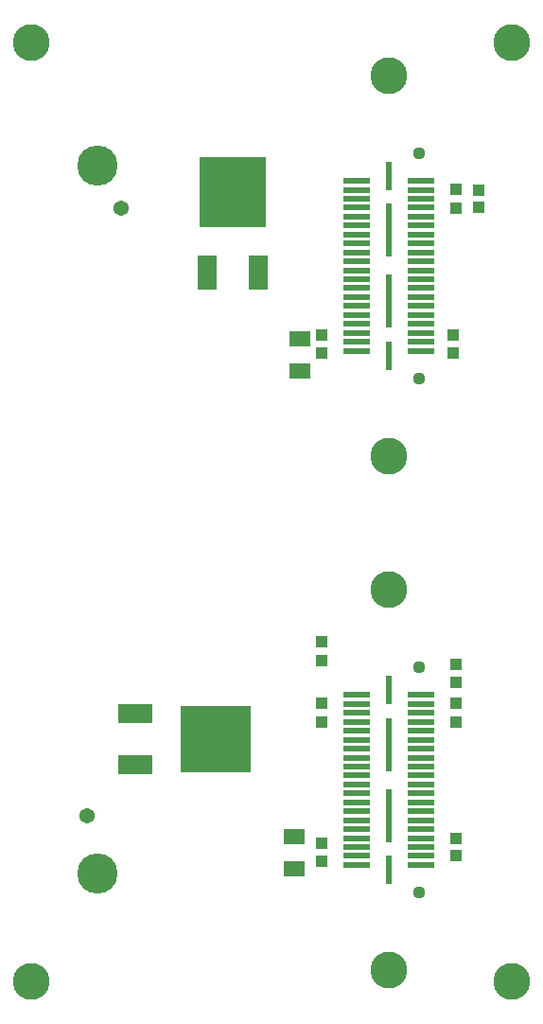
<source format=gbr>
%TF.GenerationSoftware,Altium Limited,Altium Designer,21.5.1 (32)*%
G04 Layer_Color=12517567*
%FSLAX45Y45*%
%MOMM*%
%TF.SameCoordinates,51D5493F-A844-4614-94AE-4B196E198A34*%
%TF.FilePolarity,Negative*%
%TF.FileFunction,Soldermask,Top*%
%TF.Part,Single*%
G01*
G75*
%TA.AperFunction,WasherPad*%
%ADD37C,3.60000*%
%TA.AperFunction,ComponentPad*%
%ADD38C,1.37000*%
%ADD39C,3.29989*%
%ADD40C,1.12006*%
%ADD41C,3.30000*%
%TA.AperFunction,SMDPad,CuDef*%
%ADD48R,1.90000X1.40000*%
%ADD49R,5.90009X6.29989*%
%ADD50R,1.69995X3.09999*%
%ADD51R,1.10000X1.10000*%
%ADD52R,2.37000X0.50996*%
%ADD53R,0.53002X2.64000*%
%ADD54R,0.53002X4.80002*%
%ADD55R,1.10000X1.00000*%
%ADD56R,6.29989X5.90009*%
%ADD57R,3.09999X1.69995*%
D37*
X990000Y7698000D02*
D03*
Y1362000D02*
D03*
D38*
X1200000Y7319070D02*
D03*
X895200Y1880930D02*
D03*
D39*
X3600000Y500000D02*
D03*
Y3900000D02*
D03*
X3600000Y8500000D02*
D03*
Y5100000D02*
D03*
D40*
X3866497Y3206500D02*
D03*
Y1193500D02*
D03*
X3866497Y5793500D02*
D03*
Y7806501D02*
D03*
D41*
X400000Y400000D02*
D03*
Y8800000D02*
D03*
X4700000D02*
D03*
Y400000D02*
D03*
D48*
X2800000Y5855000D02*
D03*
Y6145000D02*
D03*
X2750000Y1405000D02*
D03*
Y1695000D02*
D03*
D49*
X2200000Y7459004D02*
D03*
D50*
X2428498Y6740997D02*
D03*
X1971502D02*
D03*
D51*
X4200000Y3230000D02*
D03*
Y3070000D02*
D03*
X3000000Y1470000D02*
D03*
Y1630000D02*
D03*
X4400000Y7320000D02*
D03*
Y7480000D02*
D03*
X4175000Y6020000D02*
D03*
Y6180000D02*
D03*
X3000000Y6020000D02*
D03*
Y6180000D02*
D03*
X4200000Y1520000D02*
D03*
Y1680000D02*
D03*
D52*
X3886512Y1440007D02*
D03*
X3313488D02*
D03*
X3886512Y1519991D02*
D03*
X3313488D02*
D03*
X3886512Y1600001D02*
D03*
X3313488D02*
D03*
X3886512Y1680011D02*
D03*
X3313488D02*
D03*
X3886512Y1759996D02*
D03*
X3313488D02*
D03*
X3886512Y1840006D02*
D03*
X3313488D02*
D03*
X3886512Y1919990D02*
D03*
Y2000000D02*
D03*
Y2080010D02*
D03*
Y2159995D02*
D03*
Y2240005D02*
D03*
Y2319990D02*
D03*
Y2400000D02*
D03*
Y2480010D02*
D03*
Y2559994D02*
D03*
Y2640004D02*
D03*
Y2719989D02*
D03*
Y2799999D02*
D03*
Y2880009D02*
D03*
X3313488Y1919990D02*
D03*
Y2000000D02*
D03*
Y2080010D02*
D03*
Y2159995D02*
D03*
Y2240005D02*
D03*
Y2319990D02*
D03*
Y2400000D02*
D03*
Y2480010D02*
D03*
Y2559994D02*
D03*
Y2640004D02*
D03*
Y2719989D02*
D03*
Y2799999D02*
D03*
Y2880009D02*
D03*
X3886512Y2959993D02*
D03*
X3313488D02*
D03*
X3313488Y6680011D02*
D03*
Y6600001D02*
D03*
Y6359996D02*
D03*
Y6440006D02*
D03*
Y6519991D02*
D03*
Y6759995D02*
D03*
Y7559994D02*
D03*
X3886512D02*
D03*
X3313488Y7480009D02*
D03*
Y7399999D02*
D03*
Y7319989D02*
D03*
Y7240004D02*
D03*
Y7159994D02*
D03*
Y7080010D02*
D03*
Y7000000D02*
D03*
Y6919990D02*
D03*
Y6840005D02*
D03*
X3886512Y7480009D02*
D03*
Y7399999D02*
D03*
Y7319989D02*
D03*
Y7240004D02*
D03*
Y7159994D02*
D03*
Y7080010D02*
D03*
Y7000000D02*
D03*
Y6919990D02*
D03*
Y6840005D02*
D03*
Y6759995D02*
D03*
Y6680011D02*
D03*
Y6600001D02*
D03*
Y6519991D02*
D03*
Y6440006D02*
D03*
Y6359996D02*
D03*
X3313488Y6280011D02*
D03*
X3886512D02*
D03*
X3313488Y6200001D02*
D03*
X3886512D02*
D03*
X3313488Y6119991D02*
D03*
X3886512D02*
D03*
X3313488Y6040007D02*
D03*
X3886512D02*
D03*
D53*
X3600000Y1393499D02*
D03*
Y3006501D02*
D03*
X3600000Y7606501D02*
D03*
Y5993499D02*
D03*
D54*
X3600000Y1882500D02*
D03*
Y2517500D02*
D03*
X3600000Y7117500D02*
D03*
Y6482500D02*
D03*
D55*
X3000000Y3435000D02*
D03*
Y3265000D02*
D03*
Y2715000D02*
D03*
Y2885000D02*
D03*
X4200000Y7315000D02*
D03*
Y7485000D02*
D03*
Y2715000D02*
D03*
Y2885000D02*
D03*
D56*
X2046036Y2567110D02*
D03*
D57*
X1328028Y2338611D02*
D03*
Y2795608D02*
D03*
%TF.MD5,f8f15b1cefa0e52a12766063062fc238*%
M02*

</source>
